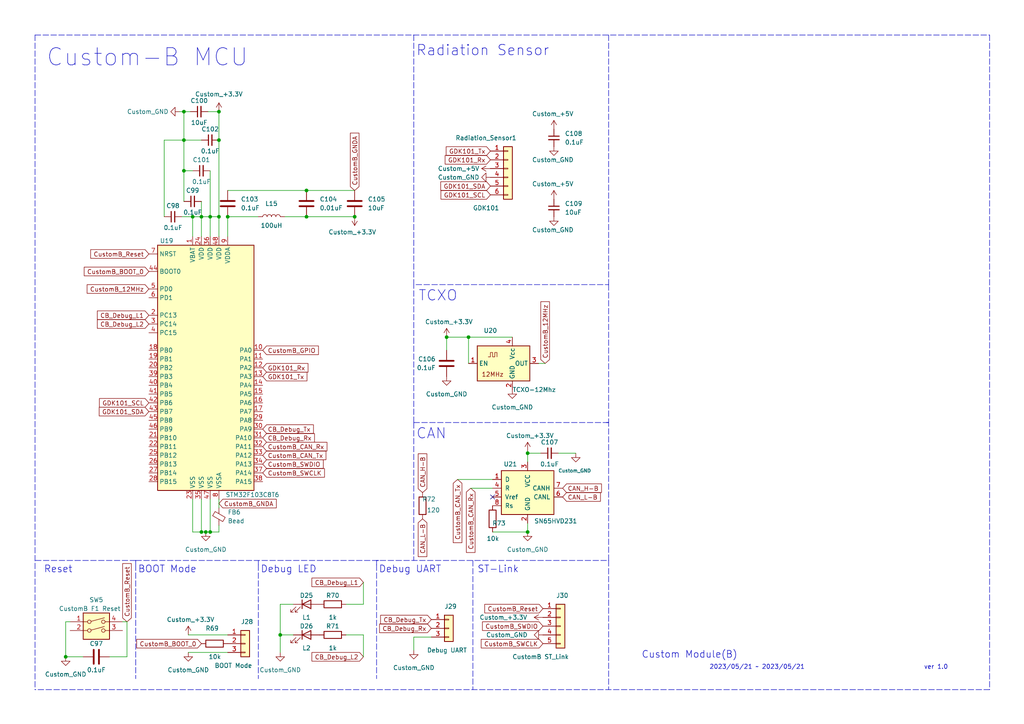
<source format=kicad_sch>
(kicad_sch (version 20250114) (generator "eeschema") (generator_version "9.0")
  (paper "A4")
  (lib_symbols
    (symbol "Connector_Generic:Conn_01x03" (pin_names (offset 1.016) (hide yes))
      (property "Reference" "J" (at 0 5.08 0))
      (property "Value" "Conn_01x03" (at 0 -5.08 0))
      (symbol "Conn_01x03_1_1"
        (rectangle (start -1.27 3.81) (end 1.27 -3.81) (stroke (width 0.254)) (fill (type background)))
        (rectangle (start -1.27 2.667) (end 0 2.413) (stroke (width 0.1524)))
        (rectangle (start -1.27 0.127) (end 0 -0.127) (stroke (width 0.1524)))
        (rectangle (start -1.27 -2.413) (end 0 -2.667) (stroke (width 0.1524)))
        (pin passive line (at -5.08 2.54 0) (length 3.81) (name "Pin_1") (number "1"))
        (pin passive line (at -5.08 0 0) (length 3.81) (name "Pin_2") (number "2"))
        (pin passive line (at -5.08 -2.54 0) (length 3.81) (name "Pin_3") (number "3"))
      )
    )
    (symbol "Connector_Generic:Conn_01x05" (pin_names (offset 1.016) (hide yes))
      (property "Reference" "J" (at 0 7.62 0))
      (property "Value" "Conn_01x05" (at 0 -7.62 0))
      (symbol "Conn_01x05_1_1"
        (rectangle (start -1.27 6.35) (end 1.27 -6.35) (stroke (width 0.254)) (fill (type background)))
        (rectangle (start -1.27 5.207) (end 0 4.953) (stroke (width 0.1524)))
        (rectangle (start -1.27 2.667) (end 0 2.413) (stroke (width 0.1524)))
        (rectangle (start -1.27 0.127) (end 0 -0.127) (stroke (width 0.1524)))
        (rectangle (start -1.27 -2.413) (end 0 -2.667) (stroke (width 0.1524)))
        (rectangle (start -1.27 -4.953) (end 0 -5.207) (stroke (width 0.1524)))
        (pin passive line (at -5.08 5.08 0) (length 3.81) (name "Pin_1") (number "1"))
        (pin passive line (at -5.08 2.54 0) (length 3.81) (name "Pin_2") (number "2"))
        (pin passive line (at -5.08 0 0) (length 3.81) (name "Pin_3") (number "3"))
        (pin passive line (at -5.08 -2.54 0) (length 3.81) (name "Pin_4") (number "4"))
        (pin passive line (at -5.08 -5.08 0) (length 3.81) (name "Pin_5") (number "5"))
      )
    )
    (symbol "Connector_Generic:Conn_01x06" (pin_names (offset 1.016) (hide yes))
      (property "Reference" "J" (at 0 7.62 0))
      (property "Value" "Conn_01x06" (at 0 -10.16 0))
      (symbol "Conn_01x06_1_1"
        (rectangle (start -1.27 6.35) (end 1.27 -8.89) (stroke (width 0.254)) (fill (type background)))
        (rectangle (start -1.27 5.207) (end 0 4.953) (stroke (width 0.1524)))
        (rectangle (start -1.27 2.667) (end 0 2.413) (stroke (width 0.1524)))
        (rectangle (start -1.27 0.127) (end 0 -0.127) (stroke (width 0.1524)))
        (rectangle (start -1.27 -2.413) (end 0 -2.667) (stroke (width 0.1524)))
        (rectangle (start -1.27 -4.953) (end 0 -5.207) (stroke (width 0.1524)))
        (rectangle (start -1.27 -7.493) (end 0 -7.747) (stroke (width 0.1524)))
        (pin passive line (at -5.08 5.08 0) (length 3.81) (name "Pin_1") (number "1"))
        (pin passive line (at -5.08 2.54 0) (length 3.81) (name "Pin_2") (number "2"))
        (pin passive line (at -5.08 0 0) (length 3.81) (name "Pin_3") (number "3"))
        (pin passive line (at -5.08 -2.54 0) (length 3.81) (name "Pin_4") (number "4"))
        (pin passive line (at -5.08 -5.08 0) (length 3.81) (name "Pin_5") (number "5"))
        (pin passive line (at -5.08 -7.62 0) (length 3.81) (name "Pin_6") (number "6"))
      )
    )
    (symbol "Device:C" (pin_numbers (hide yes)) (pin_names (offset 0.254))
      (property "Reference" "C" (at 0.635 2.54 0))
      (property "Value" "C" (at 0.635 -2.54 0))
      (symbol "C_0_1"
        (polyline (pts (xy -2.032 0.762) (xy 2.032 0.762)) (stroke (width 0.508)))
        (polyline (pts (xy -2.032 -0.762) (xy 2.032 -0.762)) (stroke (width 0.508)))
      )
      (symbol "C_1_1"
        (pin passive line (at 0 3.81 270) (length 2.794) (name "~") (number "1"))
        (pin passive line (at 0 -3.81 90) (length 2.794) (name "~") (number "2"))
      )
    )
    (symbol "Device:C_Small" (pin_numbers (hide yes)) (pin_names (offset 0.254) (hide yes))
      (property "Reference" "C" (at 0.254 1.778 0))
      (property "Value" "C_Small" (at 0.254 -2.032 0))
      (symbol "C_Small_0_1"
        (polyline (pts (xy -1.524 0.508) (xy 1.524 0.508)) (stroke (width 0.3048)))
        (polyline (pts (xy -1.524 -0.508) (xy 1.524 -0.508)) (stroke (width 0.3302)))
      )
      (symbol "C_Small_1_1"
        (pin passive line (at 0 2.54 270) (length 2.032) (name "~") (number "1"))
        (pin passive line (at 0 -2.54 90) (length 2.032) (name "~") (number "2"))
      )
    )
    (symbol "Device:FerriteBead_Small" (pin_numbers (hide yes)) (pin_names (offset 0))
      (property "Reference" "FB" (at 1.905 1.27 0))
      (property "Value" "FerriteBead_Small" (at 1.905 -1.27 0))
      (symbol "FerriteBead_Small_0_1"
        (polyline (pts (xy -1.8288 0.2794) (xy -1.1176 1.4986) (xy 1.8288 -0.2032) (xy 1.1176 -1.4224) (xy -1.8288 0.2794)))
        (polyline (pts (xy 0 0.889) (xy 0 1.2954)))
        (polyline (pts (xy 0 -1.27) (xy 0 -0.7874)))
      )
      (symbol "FerriteBead_Small_1_1"
        (pin passive line (at 0 2.54 270) (length 1.27) (name "~") (number "1"))
        (pin passive line (at 0 -2.54 90) (length 1.27) (name "~") (number "2"))
      )
    )
    (symbol "Device:L" (pin_numbers (hide yes)) (pin_names (offset 1.016) (hide yes))
      (property "Reference" "L" (at -1.27 0 90))
      (property "Value" "L" (at 1.905 0 90))
      (symbol "L_0_1"
        (arc (start 0 2.54) (mid 0.6323 1.905) (end 0 1.27))
        (arc (start 0 1.27) (mid 0.6323 0.635) (end 0 0))
        (arc (start 0 0) (mid 0.6323 -0.635) (end 0 -1.27))
        (arc (start 0 -1.27) (mid 0.6323 -1.905) (end 0 -2.54))
      )
      (symbol "L_1_1"
        (pin passive line (at 0 3.81 270) (length 1.27) (name "1") (number "1"))
        (pin passive line (at 0 -3.81 90) (length 1.27) (name "2") (number "2"))
      )
    )
    (symbol "Device:LED" (pin_numbers (hide yes)) (pin_names (offset 1.016) (hide yes))
      (property "Reference" "D" (at 0 2.54 0))
      (property "Value" "LED" (at 0 -2.54 0))
      (symbol "LED_0_1"
        (polyline (pts (xy -3.048 -0.762) (xy -4.572 -2.286) (xy -3.81 -2.286) (xy -4.572 -2.286) (xy -4.572 -1.524)))
        (polyline (pts (xy -1.778 -0.762) (xy -3.302 -2.286) (xy -2.54 -2.286) (xy -3.302 -2.286) (xy -3.302 -1.524)))
        (polyline (pts (xy -1.27 0) (xy 1.27 0)))
        (polyline (pts (xy -1.27 -1.27) (xy -1.27 1.27)) (stroke (width 0.254)))
        (polyline (pts (xy 1.27 -1.27) (xy 1.27 1.27) (xy -1.27 0) (xy 1.27 -1.27)) (stroke (width 0.254)))
      )
      (symbol "LED_1_1"
        (pin passive line (at -3.81 0 0) (length 2.54) (name "K") (number "1"))
        (pin passive line (at 3.81 0 180) (length 2.54) (name "A") (number "2"))
      )
    )
    (symbol "Device:R" (pin_numbers (hide yes)) (pin_names (offset 0))
      (property "Reference" "R" (at 2.032 0 90))
      (property "Value" "R" (at 0 0 90))
      (symbol "R_0_1"
        (rectangle (start -1.016 -2.54) (end 1.016 2.54) (stroke (width 0.254)))
      )
      (symbol "R_1_1"
        (pin passive line (at 0 3.81 270) (length 1.27) (name "~") (number "1"))
        (pin passive line (at 0 -3.81 90) (length 1.27) (name "~") (number "2"))
      )
    )
    (symbol "Interface_CAN_LIN:SN65HVD231" (pin_names (offset 1.016))
      (property "Reference" "U" (at -2.54 10.16 0))
      (property "Value" "SN65HVD231" (at -2.54 7.62 0))
      (symbol "SN65HVD231_0_1"
        (rectangle (start -7.62 5.08) (end 7.62 -7.62) (stroke (width 0.254)) (fill (type background)))
      )
      (symbol "SN65HVD231_1_1"
        (pin input line (at -10.16 2.54 0) (length 2.54) (name "D") (number "1"))
        (pin output line (at -10.16 0 0) (length 2.54) (name "R") (number "4"))
        (pin output line (at -10.16 -2.54 0) (length 2.54) (name "Vref") (number "5"))
        (pin input line (at -10.16 -5.08 0) (length 2.54) (name "Rs") (number "8"))
        (pin power_in line (at 0 7.62 270) (length 2.54) (name "VCC") (number "3"))
        (pin power_in line (at 0 -10.16 90) (length 2.54) (name "GND") (number "2"))
        (pin bidirectional line (at 10.16 0 180) (length 2.54) (name "CANH") (number "7"))
        (pin bidirectional line (at 10.16 -2.54 180) (length 2.54) (name "CANL") (number "6"))
      )
    )
    (symbol "MCU_ST_STM32F1:STM32F103C8Tx"
      (property "Reference" "U" (at -15.24 36.83 0))
      (property "Value" "STM32F103C8Tx" (at 7.62 36.83 0))
      (symbol "STM32F103C8Tx_0_1"
        (rectangle (start -15.24 -35.56) (end 12.7 35.56) (stroke (width 0.254)) (fill (type background)))
      )
      (symbol "STM32F103C8Tx_1_1"
        (pin input line (at -17.78 33.02 0) (length 2.54) (name "NRST") (number "7"))
        (pin input line (at -17.78 27.94 0) (length 2.54) (name "BOOT0") (number "44"))
        (pin input line (at -17.78 22.86 0) (length 2.54) (name "PD0") (number "5"))
        (pin input line (at -17.78 20.32 0) (length 2.54) (name "PD1") (number "6"))
        (pin bidirectional line (at -17.78 15.24 0) (length 2.54) (name "PC13") (number "2"))
        (pin bidirectional line (at -17.78 12.7 0) (length 2.54) (name "PC14") (number "3"))
        (pin bidirectional line (at -17.78 10.16 0) (length 2.54) (name "PC15") (number "4"))
        (pin bidirectional line (at -17.78 5.08 0) (length 2.54) (name "PB0") (number "18"))
        (pin bidirectional line (at -17.78 2.54 0) (length 2.54) (name "PB1") (number "19"))
        (pin bidirectional line (at -17.78 0 0) (length 2.54) (name "PB2") (number "20"))
        (pin bidirectional line (at -17.78 -2.54 0) (length 2.54) (name "PB3") (number "39"))
        (pin bidirectional line (at -17.78 -5.08 0) (length 2.54) (name "PB4") (number "40"))
        (pin bidirectional line (at -17.78 -7.62 0) (length 2.54) (name "PB5") (number "41"))
        (pin bidirectional line (at -17.78 -10.16 0) (length 2.54) (name "PB6") (number "42"))
        (pin bidirectional line (at -17.78 -12.7 0) (length 2.54) (name "PB7") (number "43"))
        (pin bidirectional line (at -17.78 -15.24 0) (length 2.54) (name "PB8") (number "45"))
        (pin bidirectional line (at -17.78 -17.78 0) (length 2.54) (name "PB9") (number "46"))
        (pin bidirectional line (at -17.78 -20.32 0) (length 2.54) (name "PB10") (number "21"))
        (pin bidirectional line (at -17.78 -22.86 0) (length 2.54) (name "PB11") (number "22"))
        (pin bidirectional line (at -17.78 -25.4 0) (length 2.54) (name "PB12") (number "25"))
        (pin bidirectional line (at -17.78 -27.94 0) (length 2.54) (name "PB13") (number "26"))
        (pin bidirectional line (at -17.78 -30.48 0) (length 2.54) (name "PB14") (number "27"))
        (pin bidirectional line (at -17.78 -33.02 0) (length 2.54) (name "PB15") (number "28"))
        (pin power_in line (at -5.08 38.1 270) (length 2.54) (name "VBAT") (number "1"))
        (pin power_in line (at -5.08 -38.1 90) (length 2.54) (name "VSS") (number "23"))
        (pin power_in line (at -2.54 38.1 270) (length 2.54) (name "VDD") (number "24"))
        (pin power_in line (at -2.54 -38.1 90) (length 2.54) (name "VSS") (number "35"))
        (pin power_in line (at 0 38.1 270) (length 2.54) (name "VDD") (number "36"))
        (pin power_in line (at 0 -38.1 90) (length 2.54) (name "VSS") (number "47"))
        (pin power_in line (at 2.54 38.1 270) (length 2.54) (name "VDD") (number "48"))
        (pin power_in line (at 2.54 -38.1 90) (length 2.54) (name "VSSA") (number "8"))
        (pin power_in line (at 5.08 38.1 270) (length 2.54) (name "VDDA") (number "9"))
        (pin bidirectional line (at 15.24 5.08 180) (length 2.54) (name "PA0") (number "10"))
        (pin bidirectional line (at 15.24 2.54 180) (length 2.54) (name "PA1") (number "11"))
        (pin bidirectional line (at 15.24 0 180) (length 2.54) (name "PA2") (number "12"))
        (pin bidirectional line (at 15.24 -2.54 180) (length 2.54) (name "PA3") (number "13"))
        (pin bidirectional line (at 15.24 -5.08 180) (length 2.54) (name "PA4") (number "14"))
        (pin bidirectional line (at 15.24 -7.62 180) (length 2.54) (name "PA5") (number "15"))
        (pin bidirectional line (at 15.24 -10.16 180) (length 2.54) (name "PA6") (number "16"))
        (pin bidirectional line (at 15.24 -12.7 180) (length 2.54) (name "PA7") (number "17"))
        (pin bidirectional line (at 15.24 -15.24 180) (length 2.54) (name "PA8") (number "29"))
        (pin bidirectional line (at 15.24 -17.78 180) (length 2.54) (name "PA9") (number "30"))
        (pin bidirectional line (at 15.24 -20.32 180) (length 2.54) (name "PA10") (number "31"))
        (pin bidirectional line (at 15.24 -22.86 180) (length 2.54) (name "PA11") (number "32"))
        (pin bidirectional line (at 15.24 -25.4 180) (length 2.54) (name "PA12") (number "33"))
        (pin bidirectional line (at 15.24 -27.94 180) (length 2.54) (name "PA13") (number "34"))
        (pin bidirectional line (at 15.24 -30.48 180) (length 2.54) (name "PA14") (number "37"))
        (pin bidirectional line (at 15.24 -33.02 180) (length 2.54) (name "PA15") (number "38"))
      )
    )
    (symbol "MY_CLK:TCXO-12MHz_3OUT"
      (property "Reference" "U" (at -6.35 7.62 0))
      (property "Value" "TCXO-12MHz_3OUT" (at 0 -11.43 0))
      (symbol "TCXO-12MHz_3OUT_0_0"
        (text "12MHz" (at -3.175 -3.175 0) (effects (font (size 1.27 1.27))))
      )
      (symbol "TCXO-12MHz_3OUT_0_1"
        (rectangle (start -7.62 5.08) (end 7.62 -5.08) (stroke (width 0.254)) (fill (type background)))
        (polyline (pts (xy -4.445 1.905) (xy -3.81 1.905) (xy -3.81 3.175) (xy -3.175 3.175) (xy -3.175 1.905) (xy -2.54 1.905) (xy -2.54 3.175) (xy -1.905 3.175) (xy -1.905 1.905)))
      )
      (symbol "TCXO-12MHz_3OUT_1_1"
        (pin input line (at -10.16 0 0) (length 2.54) (name "EN") (number "1"))
        (pin power_in line (at 2.54 7.62 270) (length 2.54) (name "Vcc") (number "4"))
        (pin power_in line (at 2.54 -7.62 90) (length 2.54) (name "GND") (number "2"))
        (pin output line (at 10.16 0 180) (length 2.54) (name "OUT") (number "3"))
      )
    )
    (symbol "MY_Power:CustomB_+3.3V" (power) (in_bom no) (on_board no)
      (property "Value" "CustomB_+3.3V" (at 0 3.81 0))
      (symbol "CustomB_+3.3V_0_1"
        (polyline (pts (xy -0.762 1.27) (xy 0 2.54)))
        (polyline (pts (xy 0 2.54) (xy 0.762 1.27)))
        (polyline (pts (xy 0 0) (xy 0 2.54)))
      )
      (symbol "CustomB_+3.3V_1_1"
        (pin power_in line (at 0 0 0) (length 0) (hide yes) (name "Custom_+3.3V") (number "1"))
      )
    )
    (symbol "MY_Power:CustomB_+5V" (power) (in_bom no) (on_board no)
      (property "Value" "CustomB_+5V" (at 0 3.81 0))
      (symbol "CustomB_+5V_0_1"
        (polyline (pts (xy -0.762 1.27) (xy 0 2.54)))
        (polyline (pts (xy 0 2.54) (xy 0.762 1.27)))
        (polyline (pts (xy 0 0) (xy 0 2.54)))
      )
      (symbol "CustomB_+5V_1_1"
        (pin power_in line (at 0 0 0) (length 0) (hide yes) (name "Custom_+5V") (number "1"))
      )
    )
    (symbol "MY_Power:CustomB_GND" (power) (in_bom no) (on_board no)
      (property "Value" "CustomB_GND" (at 0 1.905 0))
      (symbol "CustomB_GND_0_1"
        (polyline (pts (xy 0 0) (xy 0 -1.27) (xy 1.27 -1.27) (xy 0 -2.54) (xy -1.27 -1.27) (xy 0 -1.27)))
      )
      (symbol "CustomB_GND_1_1"
        (pin power_in line (at 0 0 270) (length 0) (hide yes) (name "Custom_GND") (number "1"))
      )
    )
    (symbol "Switch:SW_DIP_x02" (pin_names (offset 0) (hide yes))
      (property "Reference" "SW" (at 0 6.35 0))
      (property "Value" "SW_DIP_x02" (at 0 -3.81 0))
      (symbol "SW_DIP_x02_0_0"
        (circle (center -2.032 2.54) (radius 0.508))
        (circle (center -2.032 0) (radius 0.508))
        (polyline (pts (xy -1.524 2.667) (xy 2.3622 3.7084)))
        (polyline (pts (xy -1.524 0.127) (xy 2.3622 1.1684)))
        (circle (center 2.032 2.54) (radius 0.508))
        (circle (center 2.032 0) (radius 0.508))
      )
      (symbol "SW_DIP_x02_0_1"
        (rectangle (start -3.81 5.08) (end 3.81 -2.54) (stroke (width 0.254)) (fill (type background)))
      )
      (symbol "SW_DIP_x02_1_1"
        (pin passive line (at -7.62 2.54 0) (length 5.08) (name "~") (number "1"))
        (pin passive line (at -7.62 0 0) (length 5.08) (name "~") (number "2"))
        (pin passive line (at 7.62 2.54 180) (length 5.08) (name "~") (number "4"))
        (pin passive line (at 7.62 0 180) (length 5.08) (name "~") (number "3"))
      )
    )
  )
  (text "Debug UART" (at 109.855 166.37 0) (effects (font (size 2 2)) (justify left bottom)))
  (text "Custom Module(B)" (at 186.055 191.135 0) (effects (font (size 2 2)) (justify left bottom)))
  (text "Reset" (at 12.7 166.37 0) (effects (font (size 2 2)) (justify left bottom)))
  (text "TCXO" (at 121.285 87.63 0) (effects (font (size 3 3)) (justify left bottom)))
  (text "ver 1.0" (at 267.97 194.31 0) (effects (font (size 1.27 1.27)) (justify left bottom)))
  (text "ST-Link" (at 138.43 166.37 0) (effects (font (size 2 2)) (justify left bottom)))
  (text "Custom-B MCU" (at 13.335 19.685 0) (effects (font (size 5 5)) (justify left bottom)))
  (text "2023/05/21 ~ 2023/05/21" (at 205.74 194.31 0) (effects (font (size 1.27 1.27)) (justify left bottom)))
  (text "Radiation Sensor" (at 120.65 16.51 0) (effects (font (size 3 3)) (justify left bottom)))
  (text "BOOT Mode" (at 40.005 166.37 0) (effects (font (size 2 2)) (justify left bottom)))
  (text "CAN" (at 120.65 127.635 0) (effects (font (size 3 3)) (justify left bottom)))
  (text "Debug LED" (at 75.565 166.37 0) (effects (font (size 2 2)) (justify left bottom)))
  (junction (at 153.035 154.305))
  (junction (at 63.5 40.64))
  (junction (at 81.28 184.15))
  (junction (at 53.34 32.385))
  (junction (at 19.05 190.5))
  (junction (at 55.88 62.865))
  (junction (at 88.9 55.245))
  (junction (at 135.89 97.79))
  (junction (at 63.5 62.865))
  (junction (at 53.34 49.53))
  (junction (at 60.96 62.865))
  (junction (at 88.9 62.865))
  (junction (at 153.035 131.445))
  (junction (at 60.96 154.305))
  (junction (at 63.5 32.385))
  (junction (at 53.34 40.64))
  (junction (at 102.87 62.865))
  (junction (at 129.54 97.79))
  (junction (at 66.04 62.865))
  (junction (at 58.42 62.865))
  (junction (at 58.42 154.305))
  (junction (at 59.69 154.305))
  (no_connect (at 142.875 144.145))
  (wire (pts (xy 58.42 144.78) (xy 58.42 154.305)))
  (wire (pts (xy 53.34 49.53) (xy 53.34 58.42)))
  (wire (pts (xy 47.625 62.865) (xy 47.625 40.64)))
  (wire (pts (xy 135.89 97.79) (xy 148.59 97.79)))
  (polyline (pts (xy 74.93 163.83) (xy 74.93 196.85)) (stroke (width 0) (type dash)))
  (wire (pts (xy 60.96 154.305) (xy 63.5 154.305)))
  (wire (pts (xy 81.28 175.26) (xy 85.09 175.26)))
  (wire (pts (xy 58.42 62.865) (xy 58.42 68.58)))
  (wire (pts (xy 132.715 139.065) (xy 142.875 139.065)))
  (wire (pts (xy 63.5 144.78) (xy 63.5 147.32)))
  (wire (pts (xy 53.34 49.53) (xy 55.88 49.53)))
  (polyline (pts (xy 39.37 163.83) (xy 39.37 196.85)) (stroke (width 0) (type dash)))
  (wire (pts (xy 53.34 32.385) (xy 55.245 32.385)))
  (wire (pts (xy 120.015 184.785) (xy 120.015 188.595)))
  (wire (pts (xy 63.5 32.385) (xy 63.5 40.64)))
  (wire (pts (xy 63.5 154.305) (xy 63.5 152.4)))
  (wire (pts (xy 81.28 175.26) (xy 81.28 184.15)))
  (wire (pts (xy 60.96 62.865) (xy 63.5 62.865)))
  (wire (pts (xy 54.61 184.15) (xy 66.04 184.15)))
  (wire (pts (xy 58.42 62.865) (xy 60.96 62.865)))
  (wire (pts (xy 66.04 62.865) (xy 66.04 68.58)))
  (wire (pts (xy 153.035 131.445) (xy 156.845 131.445)))
  (wire (pts (xy 59.69 154.305) (xy 58.42 154.305)))
  (polyline (pts (xy 120.015 122.555) (xy 176.53 122.555)) (stroke (width 0) (type dash)))
  (wire (pts (xy 129.54 97.79) (xy 129.54 101.6)))
  (polyline (pts (xy 287.02 200.025) (xy 10.16 200.025)) (stroke (width 0) (type dash)))
  (wire (pts (xy 105.41 168.91) (xy 105.41 175.26)))
  (wire (pts (xy 19.05 180.34) (xy 19.05 190.5)))
  (wire (pts (xy 53.34 40.64) (xy 58.42 40.64)))
  (wire (pts (xy 66.04 55.245) (xy 88.9 55.245)))
  (polyline (pts (xy 176.53 10.16) (xy 176.53 82.55)) (stroke (width 0) (type dash)))
  (polyline (pts (xy 287.02 10.16) (xy 287.02 200.025)) (stroke (width 0) (type dash)))
  (polyline (pts (xy 120.015 10.16) (xy 120.015 82.55)) (stroke (width 0) (type dash)))
  (wire (pts (xy 105.41 175.26) (xy 100.33 175.26)))
  (wire (pts (xy 142.875 154.305) (xy 153.035 154.305)))
  (wire (pts (xy 63.5 62.865) (xy 63.5 68.58)))
  (polyline (pts (xy 109.22 162.56) (xy 109.855 162.56)) (stroke (width 0) (type dash)))
  (wire (pts (xy 55.88 62.865) (xy 58.42 62.865)))
  (polyline (pts (xy 120.015 122.555) (xy 120.015 82.55)) (stroke (width 0) (type dash)))
  (polyline (pts (xy 39.37 163.83) (xy 39.37 162.56)) (stroke (width 0) (type dash)))
  (polyline (pts (xy 10.16 10.16) (xy 10.16 200.025)) (stroke (width 0) (type dash)))
  (polyline (pts (xy 120.015 122.555) (xy 120.015 162.56)) (stroke (width 0) (type dash)))
  (wire (pts (xy 105.41 190.5) (xy 105.41 184.15)))
  (wire (pts (xy 47.625 40.64) (xy 53.34 40.64)))
  (polyline (pts (xy 137.16 162.56) (xy 137.16 200.025)) (stroke (width 0) (type dash)))
  (wire (pts (xy 20.32 180.34) (xy 19.05 180.34)))
  (wire (pts (xy 136.525 141.605) (xy 142.875 141.605)))
  (wire (pts (xy 35.56 180.34) (xy 36.83 180.34)))
  (wire (pts (xy 60.96 49.53) (xy 60.96 62.865)))
  (wire (pts (xy 60.325 32.385) (xy 63.5 32.385)))
  (wire (pts (xy 60.96 62.865) (xy 60.96 68.58)))
  (wire (pts (xy 153.035 130.81) (xy 153.035 131.445)))
  (polyline (pts (xy 10.16 10.16) (xy 287.02 10.16)) (stroke (width 0) (type dash)))
  (wire (pts (xy 60.96 144.78) (xy 60.96 154.305)))
  (wire (pts (xy 153.035 131.445) (xy 153.035 133.985)))
  (polyline (pts (xy 120.65 82.55) (xy 176.53 82.55)) (stroke (width 0) (type dash)))
  (wire (pts (xy 52.07 32.385) (xy 53.34 32.385)))
  (wire (pts (xy 52.705 62.865) (xy 55.88 62.865)))
  (wire (pts (xy 81.28 184.15) (xy 81.28 189.23)))
  (wire (pts (xy 53.34 32.385) (xy 53.34 40.64)))
  (wire (pts (xy 125.095 184.785) (xy 120.015 184.785)))
  (polyline (pts (xy 109.22 163.83) (xy 109.22 196.85)) (stroke (width 0) (type dash)))
  (wire (pts (xy 36.83 190.5) (xy 31.75 190.5)))
  (wire (pts (xy 88.9 62.865) (xy 102.87 62.865)))
  (wire (pts (xy 36.83 180.34) (xy 36.83 190.5)))
  (wire (pts (xy 81.28 184.15) (xy 85.09 184.15)))
  (wire (pts (xy 60.96 154.305) (xy 59.69 154.305)))
  (polyline (pts (xy 176.53 162.56) (xy 176.53 200.025)) (stroke (width 0) (type dash)))
  (wire (pts (xy 66.04 62.865) (xy 74.93 62.865)))
  (wire (pts (xy 58.42 58.42) (xy 58.42 62.865)))
  (wire (pts (xy 129.54 97.79) (xy 135.89 97.79)))
  (polyline (pts (xy 176.53 162.56) (xy 176.53 122.555)) (stroke (width 0) (type dash)))
  (polyline (pts (xy 39.37 162.56) (xy 10.16 162.56)) (stroke (width 0) (type dash)))
  (wire (pts (xy 88.9 55.245) (xy 102.87 55.245)))
  (wire (pts (xy 153.035 154.305) (xy 153.035 151.765)))
  (polyline (pts (xy 176.53 122.555) (xy 175.895 122.555)) (stroke (width 0) (type dash)))
  (wire (pts (xy 55.88 62.865) (xy 55.88 68.58)))
  (wire (pts (xy 156.21 105.41) (xy 158.115 105.41)))
  (wire (pts (xy 19.05 190.5) (xy 24.13 190.5)))
  (polyline (pts (xy 39.37 162.56) (xy 176.53 162.56)) (stroke (width 0) (type dash)))
  (wire (pts (xy 82.55 62.865) (xy 88.9 62.865)))
  (wire (pts (xy 161.925 131.445) (xy 167.005 131.445)))
  (polyline (pts (xy 74.93 162.56) (xy 74.93 163.83)) (stroke (width 0) (type dash)))
  (polyline (pts (xy 176.53 82.55) (xy 176.53 122.555)) (stroke (width 0) (type dash)))
  (wire (pts (xy 54.61 189.23) (xy 66.04 189.23)))
  (wire (pts (xy 135.89 105.41) (xy 135.89 97.79)))
  (polyline (pts (xy 109.22 163.83) (xy 109.22 162.56)) (stroke (width 0) (type dash)))
  (wire (pts (xy 105.41 184.15) (xy 100.33 184.15)))
  (wire (pts (xy 53.34 40.64) (xy 53.34 49.53)))
  (wire (pts (xy 55.88 144.78) (xy 55.88 154.305)))
  (wire (pts (xy 63.5 40.64) (xy 63.5 62.865)))
  (wire (pts (xy 55.88 154.305) (xy 58.42 154.305)))
  (global_label "GDK101_SCL" (shape input) (at 142.24 56.515 180) (property "Intersheetrefs" "${INTERSHEET_REFS}" (effects (hide yes))))
  (global_label "CB_Debug_Rx" (shape input) (at 76.2 127 0) (property "Intersheetrefs" "${INTERSHEET_REFS}" (effects (hide yes))))
  (global_label "CB_Debug_Tx" (shape input) (at 125.095 179.705 180) (property "Intersheetrefs" "${INTERSHEET_REFS}" (effects (hide yes))))
  (global_label "CustomB_SWDIO" (shape input) (at 76.2 134.62 0) (property "Intersheetrefs" "${INTERSHEET_REFS}" (effects (hide yes))))
  (global_label "CustomB_Reset" (shape input) (at 36.83 180.34 90) (property "Intersheetrefs" "${INTERSHEET_REFS}" (effects (hide yes))))
  (global_label "CAN_H-B" (shape input) (at 163.195 141.605 0) (property "Intersheetrefs" "${INTERSHEET_REFS}" (effects (hide yes))))
  (global_label "CB_Debug_Tx" (shape input) (at 76.2 124.46 0) (property "Intersheetrefs" "${INTERSHEET_REFS}" (effects (hide yes))))
  (global_label "CB_Debug_L2" (shape input) (at 105.41 190.5 180) (property "Intersheetrefs" "${INTERSHEET_REFS}" (effects (hide yes))))
  (global_label "CustomB_BOOT_0" (shape input) (at 58.42 186.69 180) (property "Intersheetrefs" "${INTERSHEET_REFS}" (effects (hide yes))))
  (global_label "CustomB_GNDA" (shape input) (at 63.5 146.05 0) (property "Intersheetrefs" "${INTERSHEET_REFS}" (effects (hide yes))))
  (global_label "GDK101_SDA" (shape input) (at 43.18 119.38 180) (property "Intersheetrefs" "${INTERSHEET_REFS}" (effects (hide yes))))
  (global_label "CustomB_GNDA" (shape input) (at 102.87 55.245 90) (property "Intersheetrefs" "${INTERSHEET_REFS}" (effects (hide yes))))
  (global_label "CustomB_CAN_Rx" (shape input) (at 136.525 141.605 270) (property "Intersheetrefs" "${INTERSHEET_REFS}" (effects (hide yes))))
  (global_label "GDK101_Tx" (shape input) (at 142.24 43.815 180) (property "Intersheetrefs" "${INTERSHEET_REFS}" (effects (hide yes))))
  (global_label "CustomB_CAN_Tx" (shape input) (at 132.715 139.065 270) (property "Intersheetrefs" "${INTERSHEET_REFS}" (effects (hide yes))))
  (global_label "GDK101_SDA" (shape input) (at 142.24 53.975 180) (property "Intersheetrefs" "${INTERSHEET_REFS}" (effects (hide yes))))
  (global_label "CustomB_CAN_Rx" (shape input) (at 76.2 129.54 0) (property "Intersheetrefs" "${INTERSHEET_REFS}" (effects (hide yes))))
  (global_label "CustomB_Reset" (shape input) (at 43.18 73.66 180) (property "Intersheetrefs" "${INTERSHEET_REFS}" (effects (hide yes))))
  (global_label "CB_Debug_L1" (shape input) (at 43.18 91.44 180) (property "Intersheetrefs" "${INTERSHEET_REFS}" (effects (hide yes))))
  (global_label "CustomB_SWDIO" (shape input) (at 157.48 181.61 180) (property "Intersheetrefs" "${INTERSHEET_REFS}" (effects (hide yes))))
  (global_label "CustomB_12MHz" (shape input) (at 158.115 105.41 90) (property "Intersheetrefs" "${INTERSHEET_REFS}" (effects (hide yes))))
  (global_label "CustomB_Reset" (shape input) (at 157.48 176.53 180) (property "Intersheetrefs" "${INTERSHEET_REFS}" (effects (hide yes))))
  (global_label "CustomB_SWCLK" (shape input) (at 157.48 186.69 180) (property "Intersheetrefs" "${INTERSHEET_REFS}" (effects (hide yes))))
  (global_label "CB_Debug_L2" (shape input) (at 43.18 93.98 180) (property "Intersheetrefs" "${INTERSHEET_REFS}" (effects (hide yes))))
  (global_label "CB_Debug_Rx" (shape input) (at 125.095 182.245 180) (property "Intersheetrefs" "${INTERSHEET_REFS}" (effects (hide yes))))
  (global_label "CAN_L-B" (shape input) (at 122.555 150.495 270) (property "Intersheetrefs" "${INTERSHEET_REFS}" (effects (hide yes))))
  (global_label "CAN_H-B" (shape input) (at 122.555 142.875 90) (property "Intersheetrefs" "${INTERSHEET_REFS}" (effects (hide yes))))
  (global_label "GDK101_SCL" (shape input) (at 43.18 116.84 180) (property "Intersheetrefs" "${INTERSHEET_REFS}" (effects (hide yes))))
  (global_label "CB_Debug_L1" (shape input) (at 105.41 168.91 180) (property "Intersheetrefs" "${INTERSHEET_REFS}" (effects (hide yes))))
  (global_label "CAN_L-B" (shape input) (at 163.195 144.145 0) (property "Intersheetrefs" "${INTERSHEET_REFS}" (effects (hide yes))))
  (global_label "CustomB_BOOT_0" (shape input) (at 43.18 78.74 180) (property "Intersheetrefs" "${INTERSHEET_REFS}" (effects (hide yes))))
  (global_label "GDK101_Rx" (shape input) (at 76.2 106.68 0) (property "Intersheetrefs" "${INTERSHEET_REFS}" (effects (hide yes))))
  (global_label "CustomB_GPIO" (shape input) (at 76.2 101.6 0) (property "Intersheetrefs" "${INTERSHEET_REFS}" (effects (hide yes))))
  (global_label "GDK101_Tx" (shape input) (at 76.2 109.22 0) (property "Intersheetrefs" "${INTERSHEET_REFS}" (effects (hide yes))))
  (global_label "CustomB_12MHz" (shape input) (at 43.18 83.82 180) (property "Intersheetrefs" "${INTERSHEET_REFS}" (effects (hide yes))))
  (global_label "CustomB_CAN_Tx" (shape input) (at 76.2 132.08 0) (property "Intersheetrefs" "${INTERSHEET_REFS}" (effects (hide yes))))
  (global_label "GDK101_Rx" (shape input) (at 142.24 46.355 180) (property "Intersheetrefs" "${INTERSHEET_REFS}" (effects (hide yes))))
  (global_label "CustomB_SWCLK" (shape input) (at 76.2 137.16 0) (property "Intersheetrefs" "${INTERSHEET_REFS}" (effects (hide yes))))
  (symbol (lib_id "Device:R") (at 62.23 186.69 90) (unit 1)
    (property "Reference" "R69" (at 63.5 182.245 90) (effects (justify left)))
    (property "Value" "10k" (at 64.135 190.5 90) (effects (justify left)))
    (property "Footprint" "Resistor_SMD:R_0805_2012Metric" (effects (hide yes)))
  )
  (symbol (lib_id "Connector_Generic:Conn_01x03") (at 71.12 186.69 0) (unit 1)
    (property "Reference" "J28" (at 69.85 180.34 0) (effects (justify left)))
    (property "Value" "BOOT Mode" (at 62.23 193.04 0) (effects (justify left)))
    (property "Footprint" "Jumper:SolderJumper-3_P1.3mm_Open_RoundedPad1.0x1.5mm" (effects (hide yes)))
  )
  (symbol (lib_id "MY_Power:CustomB_GND") (at 120.015 188.595 0) (unit 1)
    (property "Reference" "#PWR0359" (effects (hide yes)))
    (property "Value" "Custom_GND" (at 120.015 193.675 0))
  )
  (symbol (lib_id "Device:C") (at 66.04 59.055 0) (mirror y) (unit 1)
    (property "Reference" "C103" (at 69.85 57.785 0) (effects (justify right)))
    (property "Value" "0.1uF" (at 69.85 60.325 0) (effects (justify right)))
    (property "Footprint" "Capacitor_SMD:C_0805_2012Metric" (effects (hide yes)))
  )
  (symbol (lib_id "Device:C") (at 88.9 59.055 0) (mirror x) (unit 1)
    (property "Reference" "C104" (at 92.71 57.785 0) (effects (justify left)))
    (property "Value" "0.01uF" (at 92.71 60.325 0) (effects (justify left)))
    (property "Footprint" "Capacitor_SMD:C_0805_2012Metric" (effects (hide yes)))
  )
  (symbol (lib_id "Interface_CAN_LIN:SN65HVD231") (at 153.035 141.605 0) (unit 1)
    (property "Reference" "U21" (at 146.05 134.62 0) (effects (justify left)))
    (property "Value" "SN65HVD231" (at 154.94 151.13 0) (effects (justify left)))
    (property "Footprint" "Package_SO:SOIC-8_3.9x4.9mm_P1.27mm" (effects (hide yes)))
    (property "Datasheet" "http://www.ti.com/lit/ds/symlink/sn65hvd230.pdf" (effects (hide yes)))
  )
  (symbol (lib_id "Device:C") (at 102.87 59.055 0) (mirror x) (unit 1)
    (property "Reference" "C105" (at 106.68 57.785 0) (effects (justify left)))
    (property "Value" "10uF" (at 106.68 60.325 0) (effects (justify left)))
    (property "Footprint" "Capacitor_SMD:C_1206_3216Metric" (effects (hide yes)))
  )
  (symbol (lib_id "MY_Power:CustomB_+3.3V") (at 157.48 179.07 90) (unit 1)
    (property "Reference" "#PWR0366" (effects (hide yes)))
    (property "Value" "Custom_+3.3V" (at 139.065 179.07 90) (effects (justify right)))
  )
  (symbol (lib_id "MY_Power:CustomB_GND") (at 81.28 189.23 0) (unit 1)
    (property "Reference" "#PWR0357" (effects (hide yes)))
    (property "Value" "Custom_GND" (at 81.28 194.31 0))
  )
  (symbol (lib_id "Device:C_Small") (at 57.785 32.385 90) (unit 1)
    (property "Reference" "C100" (at 57.785 29.21 90))
    (property "Value" "10uF" (at 57.785 35.56 90))
    (property "Footprint" "Capacitor_SMD:C_1206_3216Metric" (effects (hide yes)))
  )
  (symbol (lib_id "MY_Power:CustomB_GND") (at 160.655 62.865 0) (unit 1)
    (property "Reference" "#PWR0362" (effects (hide yes)))
    (property "Value" "Custom_GND" (at 154.305 66.675 0) (effects (justify left)))
  )
  (symbol (lib_id "Device:C_Small") (at 60.96 40.64 90) (unit 1)
    (property "Reference" "C102" (at 60.96 37.465 90))
    (property "Value" "0.1uF" (at 60.96 43.815 90))
    (property "Footprint" "Capacitor_SMD:C_0805_2012Metric" (effects (hide yes)))
  )
  (symbol (lib_id "Connector_Generic:Conn_01x03") (at 130.175 182.245 0) (unit 1)
    (property "Reference" "J29" (at 128.905 175.895 0) (effects (justify left)))
    (property "Value" "Debug UART" (at 123.825 188.595 0) (effects (justify left)))
    (property "Footprint" "Connector_PinHeader_2.54mm:PinHeader_1x03_P2.54mm_Vertical" (effects (hide yes)))
  )
  (symbol (lib_id "Device:R") (at 96.52 175.26 90) (unit 1)
    (property "Reference" "R70" (at 96.52 172.72 90))
    (property "Value" "1k" (at 96.52 179.07 90))
    (property "Footprint" "Resistor_SMD:R_0805_2012Metric" (effects (hide yes)))
  )
  (symbol (lib_id "MY_Power:CustomB_GND") (at 142.24 51.435 270) (unit 1)
    (property "Reference" "#PWR0367" (effects (hide yes)))
    (property "Value" "Custom_GND" (at 139.065 51.4349 90) (effects (justify right)))
  )
  (symbol (lib_id "MY_Power:CustomB_GND") (at 129.54 109.22 0) (unit 1)
    (property "Reference" "#PWR0373" (effects (hide yes)))
    (property "Value" "Custom_GND" (at 129.54 114.3 0))
  )
  (symbol (lib_id "MY_Power:CustomB_+3.3V") (at 129.54 97.79 0) (unit 1)
    (property "Reference" "#PWR0370" (effects (hide yes)))
    (property "Value" "Custom_+3.3V" (at 137.16 93.345 0) (effects (justify right)))
  )
  (symbol (lib_id "MY_Power:CustomB_+5V") (at 160.655 57.785 0) (unit 1)
    (property "Reference" "#PWR0356" (effects (hide yes)))
    (property "Value" "Custom_+5V" (at 154.305 53.34 0) (effects (justify left)))
  )
  (symbol (lib_id "MY_Power:CustomB_GND") (at 59.69 154.305 0) (unit 1)
    (property "Reference" "#PWR0351" (effects (hide yes)))
    (property "Value" "Custom_GND" (at 59.69 159.385 0))
  )
  (symbol (lib_id "Device:FerriteBead_Small") (at 63.5 149.86 0) (unit 1)
    (property "Reference" "FB6" (at 66.04 148.5518 0) (effects (justify left)))
    (property "Value" "Bead" (at 66.04 151.0918 0) (effects (justify left)))
    (property "Footprint" "Inductor_SMD:L_0805_2012Metric" (effects (hide yes)))
  )
  (symbol (lib_id "Device:C") (at 27.94 190.5 90) (unit 1)
    (property "Reference" "C97" (at 27.94 186.69 90))
    (property "Value" "0.1uF" (at 27.94 194.31 90))
    (property "Footprint" "Capacitor_SMD:C_0805_2012Metric" (effects (hide yes)))
  )
  (symbol (lib_id "MY_Power:CustomB_+5V") (at 142.24 48.895 90) (unit 1)
    (property "Reference" "#PWR0368" (effects (hide yes)))
    (property "Value" "Custom_+5V" (at 139.065 48.8949 90) (effects (justify left)))
  )
  (symbol (lib_id "Device:C_Small") (at 160.655 60.325 0) (unit 1)
    (property "Reference" "C109" (at 163.83 59.0612 0) (effects (justify left)))
    (property "Value" "10uF" (at 163.83 61.6012 0) (effects (justify left)))
    (property "Footprint" "Capacitor_SMD:C_1206_3216Metric" (effects (hide yes)))
  )
  (symbol (lib_id "Device:C_Small") (at 159.385 131.445 90) (unit 1)
    (property "Reference" "C107" (at 159.385 128.27 90))
    (property "Value" "0.1uF" (at 159.385 134.62 90))
    (property "Footprint" "Capacitor_SMD:C_0805_2012Metric" (effects (hide yes)))
  )
  (symbol (lib_id "MY_Power:CustomB_GND") (at 148.59 113.03 0) (unit 1)
    (property "Reference" "#PWR0372" (effects (hide yes)))
    (property "Value" "Custom_GND" (at 148.59 118.11 0))
  )
  (symbol (lib_id "Device:L") (at 78.74 62.865 270) (mirror x) (unit 1)
    (property "Reference" "L15" (at 78.74 59.055 90))
    (property "Value" "100uH" (at 78.74 65.405 90))
    (property "Footprint" "Inductor_SMD:L_12x12mm_H8mm" (effects (hide yes)))
  )
  (symbol (lib_id "Switch:SW_DIP_x02") (at 27.94 182.88 0) (unit 1)
    (property "Reference" "SW5" (at 27.94 173.99 0))
    (property "Value" "CustomB F1 Reset" (at 26.035 176.53 0))
    (property "Footprint" "PCB:SW_SMD_IT-1107" (effects (hide yes)))
  )
  (symbol (lib_id "MY_Power:CustomB_GND") (at 153.035 154.305 0) (unit 1)
    (property "Reference" "#PWR0365" (effects (hide yes)))
    (property "Value" "Custom_GND" (at 153.035 159.385 0))
  )
  (symbol (lib_id "MY_Power:CustomB_GND") (at 52.07 32.385 270) (unit 1)
    (property "Reference" "#PWR0361" (effects (hide yes)))
    (property "Value" "Custom_GND" (at 48.895 32.3849 90) (effects (justify right)))
  )
  (symbol (lib_id "Connector_Generic:Conn_01x06") (at 147.32 48.895 0) (unit 1)
    (property "Reference" "Radiation_Sensor1" (at 132.08 40.005 0) (effects (justify left)))
    (property "Value" "GDK101" (at 137.16 60.325 0) (effects (justify left)))
    (property "Footprint" "Connector_PinHeader_2.54mm:PinHeader_1x06_P2.54mm_Vertical" (effects (hide yes)))
  )
  (symbol (lib_id "Connector_Generic:Conn_01x05") (at 162.56 181.61 0) (unit 1)
    (property "Reference" "J30" (at 161.29 172.72 0) (effects (justify left)))
    (property "Value" "CustomB ST_Link" (at 148.59 190.5 0) (effects (justify left)))
    (property "Footprint" "Connector_PinHeader_2.54mm:PinHeader_1x05_P2.54mm_Vertical" (effects (hide yes)))
  )
  (symbol (lib_id "MY_Power:CustomB_+3.3V") (at 102.87 62.865 180) (unit 1)
    (property "Reference" "#PWR0369" (effects (hide yes)))
    (property "Value" "Custom_+3.3V" (at 95.25 67.31 0) (effects (justify right)))
  )
  (symbol (lib_id "Device:C_Small") (at 58.42 49.53 90) (unit 1)
    (property "Reference" "C101" (at 58.42 46.355 90))
    (property "Value" "0.1uF" (at 58.42 52.705 90))
    (property "Footprint" "Capacitor_SMD:C_0805_2012Metric" (effects (hide yes)))
  )
  (symbol (lib_id "MY_Power:CustomB_GND") (at 54.61 189.23 0) (unit 1)
    (property "Reference" "#PWR0352" (effects (hide yes)))
    (property "Value" "Custom_GND" (at 54.61 194.31 0))
  )
  (symbol (lib_id "Device:R") (at 122.555 146.685 0) (mirror x) (unit 1)
    (property "Reference" "R72" (at 126.365 144.78 0) (effects (justify right)))
    (property "Value" "120" (at 127.635 147.955 0) (effects (justify right)))
    (property "Footprint" "Resistor_SMD:R_0805_2012Metric" (effects (hide yes)))
  )
  (symbol (lib_id "Device:C_Small") (at 160.655 40.005 0) (unit 1)
    (property "Reference" "C108" (at 163.83 38.7412 0) (effects (justify left)))
    (property "Value" "0.1uF" (at 163.83 41.2812 0) (effects (justify left)))
    (property "Footprint" "Capacitor_SMD:C_0805_2012Metric" (effects (hide yes)))
  )
  (symbol (lib_id "MY_Power:CustomB_GND") (at 167.005 131.445 0) (unit 1)
    (property "Reference" "#PWR0363" (effects (hide yes)))
    (property "Value" "Custom_GND" (at 161.925 136.525 0) (effects (font (size 1 1)) (justify left)))
  )
  (symbol (lib_id "MY_CLK:TCXO-12MHz_3OUT") (at 146.05 105.41 0) (unit 1)
    (property "Reference" "U20" (at 142.24 95.885 0))
    (property "Value" "TCXO-12Mhz" (at 154.94 113.03 0))
    (property "Footprint" "PCB:ECS-TXO-2016-33-120-TR" (effects (hide yes)))
  )
  (symbol (lib_id "MCU_ST_STM32F1:STM32F103C8Tx") (at 60.96 106.68 0) (unit 1)
    (property "Reference" "U19" (at 46.355 69.85 0) (effects (justify left)))
    (property "Value" "STM32F103C8T6" (at 65.405 143.51 0) (effects (justify left)))
    (property "Footprint" "Package_QFP:LQFP-48_7x7mm_P0.5mm" (effects (hide yes)))
    (property "Datasheet" "http://www.st.com/st-web-ui/static/active/en/resource/technical/document/datasheet/CD00161566.pdf" (effects (hide yes)))
  )
  (symbol (lib_id "Device:R") (at 96.52 184.15 90) (unit 1)
    (property "Reference" "R71" (at 96.52 181.61 90))
    (property "Value" "1k" (at 96.52 187.96 90))
    (property "Footprint" "Resistor_SMD:R_0805_2012Metric" (effects (hide yes)))
  )
  (symbol (lib_id "MY_Power:CustomB_+5V") (at 160.655 37.465 0) (unit 1)
    (property "Reference" "#PWR0355" (effects (hide yes)))
    (property "Value" "Custom_+5V" (at 154.305 33.02 0) (effects (justify left)))
  )
  (symbol (lib_id "MY_Power:CustomB_GND") (at 160.655 42.545 0) (unit 1)
    (property "Reference" "#PWR0354" (effects (hide yes)))
    (property "Value" "Custom_GND" (at 154.305 46.355 0) (effects (justify left)))
  )
  (symbol (lib_id "Device:LED") (at 88.9 175.26 0) (unit 1)
    (property "Reference" "D25" (at 88.9 172.72 0))
    (property "Value" "L1" (at 88.9 179.07 0))
    (property "Footprint" "LED_SMD:LED_0805_2012Metric" (effects (hide yes)))
  )
  (symbol (lib_id "Device:LED") (at 88.9 184.15 0) (unit 1)
    (property "Reference" "D26" (at 88.9 181.61 0))
    (property "Value" "L2" (at 88.9 187.96 0))
    (property "Footprint" "LED_SMD:LED_0805_2012Metric" (effects (hide yes)))
  )
  (symbol (lib_id "Device:C_Small") (at 50.165 62.865 90) (unit 1)
    (property "Reference" "C98" (at 50.165 59.69 90))
    (property "Value" "0.1uF" (at 50.165 66.04 90))
    (property "Footprint" "Capacitor_SMD:C_0805_2012Metric" (effects (hide yes)))
  )
  (symbol (lib_id "MY_Power:CustomB_+3.3V") (at 153.035 130.81 0) (unit 1)
    (property "Reference" "#PWR0371" (effects (hide yes)))
    (property "Value" "Custom_+3.3V" (at 160.655 126.365 0) (effects (justify right)))
  )
  (symbol (lib_id "Device:C") (at 129.54 105.41 0) (mirror y) (unit 1)
    (property "Reference" "C106" (at 126.365 104.1399 0) (effects (justify left)))
    (property "Value" "0.1uF" (at 126.365 106.6799 0) (effects (justify left)))
    (property "Footprint" "Capacitor_SMD:C_0805_2012Metric" (effects (hide yes)))
  )
  (symbol (lib_id "MY_Power:CustomB_GND") (at 157.48 184.15 270) (unit 1)
    (property "Reference" "#PWR0364" (effects (hide yes)))
    (property "Value" "Custom_GND" (at 140.97 184.15 90) (effects (justify left)))
  )
  (symbol (lib_id "MY_Power:CustomB_+3.3V") (at 63.5 32.385 0) (unit 1)
    (property "Reference" "#PWR0360" (effects (hide yes)))
    (property "Value" "Custom_+3.3V" (at 63.5 27.305 0))
  )
  (symbol (lib_id "Device:R") (at 142.875 150.495 0) (mirror x) (unit 1)
    (property "Reference" "R73" (at 146.685 151.765 0) (effects (justify right)))
    (property "Value" "10k" (at 144.78 156.21 0) (effects (justify right)))
    (property "Footprint" "Resistor_SMD:R_0805_2012Metric" (effects (hide yes)))
  )
  (symbol (lib_id "Device:C_Small") (at 55.88 58.42 90) (unit 1)
    (property "Reference" "C99" (at 55.88 55.245 90))
    (property "Value" "0.1uF" (at 55.88 61.595 90))
    (property "Footprint" "Capacitor_SMD:C_0805_2012Metric" (effects (hide yes)))
  )
  (symbol (lib_id "MY_Power:CustomB_GND") (at 19.05 190.5 0) (unit 1)
    (property "Reference" "#PWR0358" (effects (hide yes)))
    (property "Value" "Custom_GND" (at 19.05 195.58 0))
  )
  (symbol (lib_id "MY_Power:CustomB_+3.3V") (at 54.61 184.15 0) (unit 1)
    (property "Reference" "#PWR0353" (effects (hide yes)))
    (property "Value" "Custom_+3.3V" (at 62.23 179.705 0) (effects (justify right)))
  )
)
</source>
